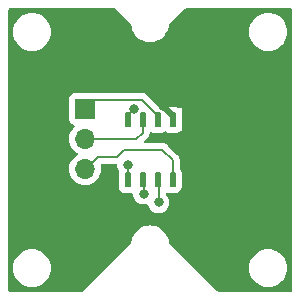
<source format=gbr>
%TF.GenerationSoftware,KiCad,Pcbnew,7.0.2*%
%TF.CreationDate,2023-07-22T23:42:46-04:00*%
%TF.ProjectId,encoder_go_v1_rev1,656e636f-6465-4725-9f67-6f5f76315f72,rev?*%
%TF.SameCoordinates,Original*%
%TF.FileFunction,Copper,L2,Bot*%
%TF.FilePolarity,Positive*%
%FSLAX46Y46*%
G04 Gerber Fmt 4.6, Leading zero omitted, Abs format (unit mm)*
G04 Created by KiCad (PCBNEW 7.0.2) date 2023-07-22 23:42:46*
%MOMM*%
%LPD*%
G01*
G04 APERTURE LIST*
G04 Aperture macros list*
%AMRoundRect*
0 Rectangle with rounded corners*
0 $1 Rounding radius*
0 $2 $3 $4 $5 $6 $7 $8 $9 X,Y pos of 4 corners*
0 Add a 4 corners polygon primitive as box body*
4,1,4,$2,$3,$4,$5,$6,$7,$8,$9,$2,$3,0*
0 Add four circle primitives for the rounded corners*
1,1,$1+$1,$2,$3*
1,1,$1+$1,$4,$5*
1,1,$1+$1,$6,$7*
1,1,$1+$1,$8,$9*
0 Add four rect primitives between the rounded corners*
20,1,$1+$1,$2,$3,$4,$5,0*
20,1,$1+$1,$4,$5,$6,$7,0*
20,1,$1+$1,$6,$7,$8,$9,0*
20,1,$1+$1,$8,$9,$2,$3,0*%
G04 Aperture macros list end*
%TA.AperFunction,SMDPad,CuDef*%
%ADD10RoundRect,0.131250X0.131250X0.503750X-0.131250X0.503750X-0.131250X-0.503750X0.131250X-0.503750X0*%
%TD*%
%TA.AperFunction,ComponentPad*%
%ADD11R,1.700000X1.700000*%
%TD*%
%TA.AperFunction,ComponentPad*%
%ADD12O,1.700000X1.700000*%
%TD*%
%TA.AperFunction,ViaPad*%
%ADD13C,0.800000*%
%TD*%
%TA.AperFunction,Conductor*%
%ADD14C,0.200000*%
%TD*%
%TA.AperFunction,Conductor*%
%ADD15C,0.500000*%
%TD*%
G04 APERTURE END LIST*
D10*
%TO.P,U1,1,VDD*%
%TO.N,+3.3V*%
X148095000Y-97460000D03*
%TO.P,U1,2,MODE*%
%TO.N,Net-(J2-Pin_2)*%
X149365000Y-97460000D03*
%TO.P,U1,3,OUT_SEL*%
%TO.N,Net-(J2-Pin_1)*%
X150635000Y-97460000D03*
%TO.P,U1,4,GND*%
%TO.N,GND*%
X151905000Y-97460000D03*
%TO.P,U1,5,PUSH*%
%TO.N,Net-(J2-Pin_3)*%
X151905000Y-102540000D03*
%TO.P,U1,6,SDA\u002CA\u002CDO*%
%TO.N,Net-(J1-Pin_5)*%
X150635000Y-102540000D03*
%TO.P,U1,7,SCL\u002CB\u002CCLK*%
%TO.N,Net-(J1-Pin_4)*%
X149365000Y-102540000D03*
%TO.P,U1,8,Z\u002CCS*%
%TO.N,Net-(J1-Pin_3)*%
X148095000Y-102540000D03*
%TD*%
D11*
%TO.P,J2,1,Pin_1*%
%TO.N,Net-(J2-Pin_1)*%
X144503000Y-96531999D03*
D12*
%TO.P,J2,2,Pin_2*%
%TO.N,Net-(J2-Pin_2)*%
X144503000Y-99071999D03*
%TO.P,J2,3,Pin_3*%
%TO.N,Net-(J2-Pin_3)*%
X144503000Y-101611999D03*
%TD*%
D13*
%TO.N,+3.3V*%
X148661135Y-96502259D03*
%TO.N,GND*%
X149216000Y-94440999D03*
X151065869Y-96289747D03*
X153466000Y-102190999D03*
%TO.N,Net-(J1-Pin_3)*%
X148093836Y-101259094D03*
%TO.N,Net-(J1-Pin_4)*%
X149445469Y-103710892D03*
%TO.N,Net-(J1-Pin_5)*%
X150716000Y-104440999D03*
%TD*%
D14*
%TO.N,+3.3V*%
X148095000Y-97460000D02*
X148095000Y-97068394D01*
X148095000Y-97068394D02*
X148661135Y-96502259D01*
D15*
%TO.N,GND*%
X151065869Y-96289747D02*
X151905000Y-97128878D01*
X151905000Y-97128878D02*
X151905000Y-97460000D01*
D14*
%TO.N,Net-(J1-Pin_3)*%
X148093836Y-101259094D02*
X148093836Y-102538836D01*
X148093836Y-102538836D02*
X148095000Y-102540000D01*
%TO.N,Net-(J1-Pin_4)*%
X149445469Y-103710892D02*
X149445469Y-102620469D01*
X149445469Y-102620469D02*
X149365000Y-102540000D01*
%TO.N,Net-(J1-Pin_5)*%
X150716000Y-104440999D02*
X150716000Y-102621000D01*
X150716000Y-102621000D02*
X150635000Y-102540000D01*
%TO.N,Net-(J2-Pin_1)*%
X144503000Y-96531999D02*
X145232240Y-95802759D01*
X145232240Y-95802759D02*
X149327760Y-95802759D01*
X150635000Y-97109999D02*
X150635000Y-97460000D01*
X149327760Y-95802759D02*
X150635000Y-97109999D01*
%TO.N,Net-(J2-Pin_2)*%
X149365000Y-98541999D02*
X149365000Y-97460000D01*
X148835000Y-99071999D02*
X149365000Y-98541999D01*
X144503000Y-99071999D02*
X148835000Y-99071999D01*
%TO.N,Net-(J2-Pin_3)*%
X147763786Y-100017478D02*
X151048567Y-100017478D01*
X144503000Y-101611999D02*
X145555905Y-100559094D01*
X145555905Y-100559094D02*
X147222170Y-100559094D01*
X151048567Y-100017478D02*
X151905000Y-100873911D01*
X151905000Y-100873911D02*
X151905000Y-102540000D01*
X147222170Y-100559094D02*
X147763786Y-100017478D01*
%TD*%
%TA.AperFunction,Conductor*%
%TO.N,GND*%
G36*
X147019995Y-88019685D02*
G01*
X147040637Y-88036319D01*
X148375126Y-89370807D01*
X148408611Y-89432130D01*
X148410060Y-89440007D01*
X148435251Y-89607141D01*
X148474419Y-89734120D01*
X148505959Y-89836368D01*
X148610040Y-90052494D01*
X148745170Y-90250694D01*
X148908331Y-90426539D01*
X149095878Y-90576103D01*
X149303622Y-90696044D01*
X149457401Y-90756398D01*
X149514963Y-90778990D01*
X149526921Y-90783683D01*
X149760789Y-90837062D01*
X150000000Y-90854988D01*
X150239211Y-90837062D01*
X150473079Y-90783683D01*
X150696378Y-90696044D01*
X150904122Y-90576103D01*
X151091669Y-90426539D01*
X151254830Y-90250694D01*
X151389960Y-90052494D01*
X151415240Y-90000000D01*
X158394551Y-90000000D01*
X158414317Y-90251149D01*
X158473126Y-90496110D01*
X158521330Y-90612485D01*
X158569534Y-90728859D01*
X158701164Y-90943659D01*
X158864776Y-91135224D01*
X159056341Y-91298836D01*
X159271141Y-91430466D01*
X159503889Y-91526873D01*
X159748852Y-91585683D01*
X160000000Y-91605449D01*
X160251148Y-91585683D01*
X160496111Y-91526873D01*
X160728859Y-91430466D01*
X160943659Y-91298836D01*
X161135224Y-91135224D01*
X161298836Y-90943659D01*
X161430466Y-90728859D01*
X161526873Y-90496111D01*
X161585683Y-90251148D01*
X161605449Y-90000000D01*
X161585683Y-89748852D01*
X161526873Y-89503889D01*
X161430466Y-89271141D01*
X161298836Y-89056341D01*
X161135224Y-88864776D01*
X160943659Y-88701164D01*
X160728859Y-88569534D01*
X160612485Y-88521330D01*
X160496110Y-88473126D01*
X160251149Y-88414317D01*
X160000000Y-88394551D01*
X159748850Y-88414317D01*
X159503889Y-88473126D01*
X159271139Y-88569535D01*
X159056342Y-88701163D01*
X158864776Y-88864776D01*
X158701163Y-89056342D01*
X158569535Y-89271139D01*
X158473126Y-89503889D01*
X158414317Y-89748850D01*
X158394551Y-90000000D01*
X151415240Y-90000000D01*
X151494041Y-89836368D01*
X151564748Y-89607143D01*
X151589939Y-89440006D01*
X151619394Y-89376652D01*
X151624857Y-89370823D01*
X152959362Y-88036319D01*
X153020685Y-88002834D01*
X153047043Y-88000000D01*
X161876000Y-88000000D01*
X161943039Y-88019685D01*
X161988794Y-88072489D01*
X162000000Y-88124000D01*
X162000000Y-111876000D01*
X161980315Y-111943039D01*
X161927511Y-111988794D01*
X161876000Y-112000000D01*
X155797044Y-112000000D01*
X155730005Y-111980315D01*
X155709363Y-111963681D01*
X153745682Y-110000000D01*
X158394551Y-110000000D01*
X158414317Y-110251149D01*
X158473126Y-110496110D01*
X158486631Y-110528713D01*
X158569534Y-110728859D01*
X158701164Y-110943659D01*
X158864776Y-111135224D01*
X159056341Y-111298836D01*
X159271141Y-111430466D01*
X159503889Y-111526873D01*
X159748852Y-111585683D01*
X160000000Y-111605449D01*
X160251148Y-111585683D01*
X160496111Y-111526873D01*
X160728859Y-111430466D01*
X160943659Y-111298836D01*
X161135224Y-111135224D01*
X161298836Y-110943659D01*
X161430466Y-110728859D01*
X161526873Y-110496111D01*
X161585683Y-110251148D01*
X161605449Y-110000000D01*
X161585683Y-109748852D01*
X161526873Y-109503889D01*
X161430466Y-109271141D01*
X161298836Y-109056341D01*
X161135224Y-108864776D01*
X160943659Y-108701164D01*
X160728859Y-108569534D01*
X160612485Y-108521330D01*
X160496110Y-108473126D01*
X160251149Y-108414317D01*
X160000000Y-108394551D01*
X159748850Y-108414317D01*
X159503889Y-108473126D01*
X159271139Y-108569535D01*
X159056342Y-108701163D01*
X158864776Y-108864776D01*
X158701163Y-109056342D01*
X158569535Y-109271139D01*
X158473126Y-109503889D01*
X158414317Y-109748850D01*
X158394551Y-110000000D01*
X153745682Y-110000000D01*
X151624872Y-107879190D01*
X151591387Y-107817867D01*
X151589940Y-107810004D01*
X151564748Y-107642857D01*
X151494041Y-107413632D01*
X151389960Y-107197506D01*
X151254830Y-106999306D01*
X151091669Y-106823461D01*
X150904122Y-106673897D01*
X150904121Y-106673896D01*
X150696376Y-106553955D01*
X150473081Y-106466317D01*
X150239208Y-106412937D01*
X150000000Y-106395011D01*
X149760791Y-106412937D01*
X149526918Y-106466317D01*
X149303623Y-106553955D01*
X149095878Y-106673896D01*
X148908330Y-106823461D01*
X148745169Y-106999306D01*
X148610040Y-107197505D01*
X148505959Y-107413632D01*
X148435252Y-107642857D01*
X148410060Y-107809991D01*
X148380603Y-107873347D01*
X148375126Y-107879190D01*
X144290637Y-111963681D01*
X144229314Y-111997166D01*
X144202956Y-112000000D01*
X138124000Y-112000000D01*
X138056961Y-111980315D01*
X138011206Y-111927511D01*
X138000000Y-111876000D01*
X138000000Y-109999999D01*
X138394551Y-109999999D01*
X138414317Y-110251149D01*
X138473126Y-110496110D01*
X138486631Y-110528713D01*
X138569534Y-110728859D01*
X138701164Y-110943659D01*
X138864776Y-111135224D01*
X139056341Y-111298836D01*
X139271141Y-111430466D01*
X139503889Y-111526873D01*
X139748852Y-111585683D01*
X140000000Y-111605449D01*
X140251148Y-111585683D01*
X140496111Y-111526873D01*
X140728859Y-111430466D01*
X140943659Y-111298836D01*
X141135224Y-111135224D01*
X141298836Y-110943659D01*
X141430466Y-110728859D01*
X141526873Y-110496111D01*
X141585683Y-110251148D01*
X141605449Y-110000000D01*
X141585683Y-109748852D01*
X141526873Y-109503889D01*
X141430466Y-109271141D01*
X141298836Y-109056341D01*
X141135224Y-108864776D01*
X140943659Y-108701164D01*
X140728859Y-108569534D01*
X140612484Y-108521330D01*
X140496110Y-108473126D01*
X140251149Y-108414317D01*
X140000000Y-108394551D01*
X139748850Y-108414317D01*
X139503889Y-108473126D01*
X139271139Y-108569535D01*
X139056342Y-108701163D01*
X138864776Y-108864776D01*
X138701163Y-109056342D01*
X138569535Y-109271139D01*
X138473126Y-109503889D01*
X138414317Y-109748850D01*
X138394551Y-109999999D01*
X138000000Y-109999999D01*
X138000000Y-101611998D01*
X143147340Y-101611998D01*
X143167936Y-101847406D01*
X143191846Y-101936638D01*
X143229097Y-102075662D01*
X143328965Y-102289829D01*
X143464505Y-102483400D01*
X143631599Y-102650494D01*
X143825170Y-102786034D01*
X144039337Y-102885902D01*
X144267592Y-102947061D01*
X144267592Y-102947062D01*
X144502999Y-102967658D01*
X144502999Y-102967657D01*
X144503000Y-102967658D01*
X144738408Y-102947062D01*
X144966663Y-102885902D01*
X145180830Y-102786034D01*
X145374401Y-102650494D01*
X145541495Y-102483400D01*
X145677035Y-102289829D01*
X145776903Y-102075662D01*
X145838063Y-101847407D01*
X145858659Y-101611999D01*
X145838063Y-101376591D01*
X145821744Y-101315687D01*
X145823407Y-101245838D01*
X145862569Y-101187975D01*
X145926797Y-101160471D01*
X145941519Y-101159594D01*
X147066268Y-101159594D01*
X147133307Y-101179279D01*
X147179062Y-101232083D01*
X147189588Y-101270631D01*
X147194324Y-101315688D01*
X147208162Y-101447351D01*
X147266656Y-101627378D01*
X147345325Y-101763637D01*
X147361798Y-101831538D01*
X147357015Y-101860229D01*
X147334819Y-101936633D01*
X147334819Y-101936637D01*
X147332000Y-101972454D01*
X147332000Y-103107546D01*
X147334819Y-103143363D01*
X147379350Y-103296642D01*
X147379351Y-103296644D01*
X147460602Y-103434032D01*
X147573467Y-103546897D01*
X147573469Y-103546898D01*
X147710858Y-103628150D01*
X147864137Y-103672681D01*
X147899954Y-103675500D01*
X147902399Y-103675500D01*
X148287601Y-103675500D01*
X148290046Y-103675500D01*
X148325863Y-103672681D01*
X148387352Y-103654817D01*
X148457221Y-103655016D01*
X148515891Y-103692958D01*
X148544735Y-103756596D01*
X148545268Y-103760931D01*
X148559795Y-103899149D01*
X148618289Y-104079176D01*
X148712935Y-104243108D01*
X148839598Y-104383781D01*
X148992738Y-104495043D01*
X149165666Y-104572036D01*
X149350821Y-104611392D01*
X149350823Y-104611392D01*
X149540117Y-104611392D01*
X149696938Y-104578059D01*
X149766605Y-104583375D01*
X149822339Y-104625512D01*
X149840650Y-104661030D01*
X149888821Y-104809284D01*
X149983466Y-104973215D01*
X150110129Y-105113888D01*
X150263269Y-105225150D01*
X150436197Y-105302143D01*
X150621352Y-105341499D01*
X150621354Y-105341499D01*
X150810648Y-105341499D01*
X150934083Y-105315261D01*
X150995803Y-105302143D01*
X151168730Y-105225150D01*
X151321871Y-105113887D01*
X151448533Y-104973215D01*
X151543179Y-104809283D01*
X151601674Y-104629255D01*
X151621460Y-104440999D01*
X151601674Y-104252743D01*
X151571332Y-104159362D01*
X151543179Y-104072714D01*
X151448535Y-103908785D01*
X151430234Y-103888460D01*
X151367881Y-103819210D01*
X151337652Y-103756220D01*
X151346277Y-103686885D01*
X151391018Y-103633219D01*
X151457671Y-103612261D01*
X151505501Y-103624858D01*
X151505815Y-103623779D01*
X151520855Y-103628148D01*
X151520858Y-103628150D01*
X151674137Y-103672681D01*
X151709954Y-103675500D01*
X151712399Y-103675500D01*
X152097601Y-103675500D01*
X152100046Y-103675500D01*
X152135863Y-103672681D01*
X152289142Y-103628150D01*
X152426531Y-103546898D01*
X152539398Y-103434031D01*
X152620650Y-103296642D01*
X152665181Y-103143363D01*
X152668000Y-103107546D01*
X152668000Y-101972454D01*
X152665181Y-101936637D01*
X152620650Y-101783358D01*
X152590918Y-101733085D01*
X152531424Y-101632485D01*
X152532717Y-101631720D01*
X152508334Y-101587066D01*
X152505500Y-101560708D01*
X152505500Y-100921398D01*
X152506561Y-100905212D01*
X152510682Y-100873910D01*
X152501475Y-100803978D01*
X152490044Y-100717149D01*
X152429536Y-100571070D01*
X152429535Y-100571069D01*
X152333282Y-100445628D01*
X152308229Y-100426405D01*
X152296034Y-100415710D01*
X151506766Y-99626442D01*
X151496070Y-99614246D01*
X151476848Y-99589194D01*
X151351408Y-99492942D01*
X151203801Y-99431801D01*
X151197269Y-99431373D01*
X151048567Y-99411795D01*
X151020730Y-99415460D01*
X151017264Y-99415917D01*
X151001080Y-99416978D01*
X149638617Y-99416978D01*
X149571578Y-99397293D01*
X149525823Y-99344489D01*
X149515879Y-99275331D01*
X149544904Y-99211775D01*
X149550936Y-99205297D01*
X149756043Y-99000189D01*
X149768223Y-98989508D01*
X149793282Y-98970281D01*
X149889536Y-98844840D01*
X149950044Y-98698761D01*
X149965500Y-98581360D01*
X149965662Y-98580123D01*
X149993901Y-98516216D01*
X150052208Y-98477720D01*
X150122073Y-98476858D01*
X150151728Y-98489524D01*
X150250858Y-98548150D01*
X150404137Y-98592681D01*
X150439954Y-98595500D01*
X150442399Y-98595500D01*
X150827601Y-98595500D01*
X150830046Y-98595500D01*
X150865863Y-98592681D01*
X151019142Y-98548150D01*
X151156531Y-98466898D01*
X151182671Y-98440757D01*
X151243993Y-98407272D01*
X151313685Y-98412256D01*
X151358034Y-98440757D01*
X151383776Y-98466499D01*
X151521059Y-98547687D01*
X151674212Y-98592182D01*
X151707574Y-98594808D01*
X151712451Y-98594999D01*
X152097570Y-98594999D01*
X152102403Y-98594809D01*
X152135781Y-98592182D01*
X152288944Y-98547685D01*
X152426220Y-98466501D01*
X152448842Y-98443879D01*
X152510165Y-98410393D01*
X152560840Y-98409967D01*
X152716000Y-98440999D01*
X152716000Y-96440999D01*
X152439007Y-96440999D01*
X152375887Y-96423731D01*
X152288942Y-96372313D01*
X152135787Y-96327817D01*
X152102425Y-96325191D01*
X152097548Y-96325000D01*
X151712429Y-96325000D01*
X151707596Y-96325190D01*
X151674218Y-96327817D01*
X151521055Y-96372314D01*
X151383775Y-96453501D01*
X151358033Y-96479243D01*
X151296709Y-96512728D01*
X151227018Y-96507742D01*
X151182672Y-96479242D01*
X151156532Y-96453102D01*
X151019144Y-96371851D01*
X151019143Y-96371850D01*
X151019142Y-96371850D01*
X150865863Y-96327319D01*
X150856634Y-96326592D01*
X150832478Y-96324691D01*
X150832467Y-96324690D01*
X150830046Y-96324500D01*
X150827601Y-96324500D01*
X150750098Y-96324500D01*
X150683059Y-96304815D01*
X150662417Y-96288181D01*
X149785959Y-95411723D01*
X149775263Y-95399527D01*
X149756041Y-95374475D01*
X149630600Y-95278222D01*
X149484522Y-95217715D01*
X149367121Y-95202259D01*
X149327760Y-95197076D01*
X149299923Y-95200741D01*
X149296457Y-95201198D01*
X149280273Y-95202259D01*
X145521332Y-95202259D01*
X145477997Y-95194440D01*
X145460485Y-95187908D01*
X145404166Y-95181853D01*
X145404165Y-95181852D01*
X145400873Y-95181499D01*
X145397550Y-95181499D01*
X143608439Y-95181499D01*
X143608420Y-95181499D01*
X143605128Y-95181500D01*
X143601848Y-95181852D01*
X143601840Y-95181853D01*
X143545515Y-95187908D01*
X143410669Y-95238203D01*
X143295454Y-95324453D01*
X143209204Y-95439667D01*
X143209203Y-95439668D01*
X143209204Y-95439668D01*
X143158909Y-95574516D01*
X143152500Y-95634126D01*
X143152500Y-95637447D01*
X143152500Y-95637448D01*
X143152500Y-97426559D01*
X143152500Y-97426577D01*
X143152501Y-97429871D01*
X143158909Y-97489482D01*
X143209204Y-97624330D01*
X143295454Y-97739545D01*
X143410669Y-97825795D01*
X143522907Y-97867657D01*
X143542082Y-97874809D01*
X143598016Y-97916680D01*
X143622433Y-97982145D01*
X143607581Y-98050418D01*
X143586431Y-98078672D01*
X143464503Y-98200600D01*
X143328965Y-98394169D01*
X143229097Y-98608335D01*
X143167936Y-98836591D01*
X143147340Y-99071999D01*
X143167936Y-99307406D01*
X143197012Y-99415917D01*
X143229097Y-99535662D01*
X143328965Y-99749829D01*
X143464505Y-99943400D01*
X143631599Y-100110494D01*
X143817160Y-100240425D01*
X143860783Y-100295001D01*
X143867976Y-100364500D01*
X143836454Y-100426854D01*
X143817159Y-100443574D01*
X143631595Y-100573507D01*
X143464505Y-100740597D01*
X143328965Y-100934169D01*
X143229097Y-101148335D01*
X143167936Y-101376591D01*
X143147340Y-101611998D01*
X138000000Y-101611998D01*
X138000000Y-89999999D01*
X138394551Y-89999999D01*
X138414317Y-90251149D01*
X138473126Y-90496110D01*
X138521330Y-90612485D01*
X138569534Y-90728859D01*
X138701164Y-90943659D01*
X138864776Y-91135224D01*
X139056341Y-91298836D01*
X139271141Y-91430466D01*
X139503889Y-91526873D01*
X139748852Y-91585683D01*
X140000000Y-91605449D01*
X140251148Y-91585683D01*
X140496111Y-91526873D01*
X140728859Y-91430466D01*
X140943659Y-91298836D01*
X141135224Y-91135224D01*
X141298836Y-90943659D01*
X141430466Y-90728859D01*
X141526873Y-90496111D01*
X141585683Y-90251148D01*
X141605449Y-90000000D01*
X141585683Y-89748852D01*
X141526873Y-89503889D01*
X141430466Y-89271141D01*
X141298836Y-89056341D01*
X141135224Y-88864776D01*
X140943659Y-88701164D01*
X140728859Y-88569534D01*
X140612485Y-88521330D01*
X140496110Y-88473126D01*
X140251149Y-88414317D01*
X140000000Y-88394551D01*
X139748850Y-88414317D01*
X139503889Y-88473126D01*
X139271139Y-88569535D01*
X139056342Y-88701163D01*
X138864776Y-88864776D01*
X138701163Y-89056342D01*
X138569535Y-89271139D01*
X138473126Y-89503889D01*
X138414317Y-89748850D01*
X138394551Y-89999999D01*
X138000000Y-89999999D01*
X138000000Y-88124000D01*
X138019685Y-88056961D01*
X138072489Y-88011206D01*
X138124000Y-88000000D01*
X146952956Y-88000000D01*
X147019995Y-88019685D01*
G37*
%TD.AperFunction*%
%TD*%
M02*

</source>
